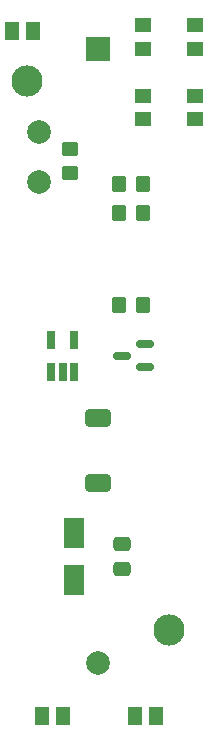
<source format=gts>
%TF.GenerationSoftware,KiCad,Pcbnew,(6.0.1)*%
%TF.CreationDate,2022-06-17T15:58:34+01:00*%
%TF.ProjectId,luminaire,6c756d69-6e61-4697-9265-2e6b69636164,rev?*%
%TF.SameCoordinates,Original*%
%TF.FileFunction,Soldermask,Top*%
%TF.FilePolarity,Negative*%
%FSLAX46Y46*%
G04 Gerber Fmt 4.6, Leading zero omitted, Abs format (unit mm)*
G04 Created by KiCad (PCBNEW (6.0.1)) date 2022-06-17 15:58:34*
%MOMM*%
%LPD*%
G01*
G04 APERTURE LIST*
G04 Aperture macros list*
%AMRoundRect*
0 Rectangle with rounded corners*
0 $1 Rounding radius*
0 $2 $3 $4 $5 $6 $7 $8 $9 X,Y pos of 4 corners*
0 Add a 4 corners polygon primitive as box body*
4,1,4,$2,$3,$4,$5,$6,$7,$8,$9,$2,$3,0*
0 Add four circle primitives for the rounded corners*
1,1,$1+$1,$2,$3*
1,1,$1+$1,$4,$5*
1,1,$1+$1,$6,$7*
1,1,$1+$1,$8,$9*
0 Add four rect primitives between the rounded corners*
20,1,$1+$1,$2,$3,$4,$5,0*
20,1,$1+$1,$4,$5,$6,$7,0*
20,1,$1+$1,$6,$7,$8,$9,0*
20,1,$1+$1,$8,$9,$2,$3,0*%
G04 Aperture macros list end*
%ADD10R,1.250000X1.600000*%
%ADD11RoundRect,0.150000X0.587500X0.150000X-0.587500X0.150000X-0.587500X-0.150000X0.587500X-0.150000X0*%
%ADD12RoundRect,0.375000X0.725000X-0.375000X0.725000X0.375000X-0.725000X0.375000X-0.725000X-0.375000X0*%
%ADD13RoundRect,0.250000X0.350000X0.450000X-0.350000X0.450000X-0.350000X-0.450000X0.350000X-0.450000X0*%
%ADD14R,0.650000X1.560000*%
%ADD15C,2.000000*%
%ADD16R,1.400000X1.200000*%
%ADD17RoundRect,0.250000X0.475000X-0.337500X0.475000X0.337500X-0.475000X0.337500X-0.475000X-0.337500X0*%
%ADD18R,1.800000X2.500000*%
%ADD19RoundRect,0.250000X-0.450000X0.350000X-0.450000X-0.350000X0.450000X-0.350000X0.450000X0.350000X0*%
%ADD20C,2.640000*%
%ADD21R,2.000000X2.000000*%
G04 APERTURE END LIST*
D10*
%TO.C,D9*%
X147000000Y-111000000D03*
X145240000Y-111000000D03*
%TD*%
D11*
%TO.C,Q1*%
X153937500Y-81450000D03*
X153937500Y-79550000D03*
X152062500Y-80500000D03*
%TD*%
D12*
%TO.C,L1*%
X150000000Y-91250000D03*
X150000000Y-85750000D03*
%TD*%
D13*
%TO.C,R1*%
X153800000Y-68400000D03*
X151800000Y-68400000D03*
%TD*%
D14*
%TO.C,U1*%
X146050000Y-81850000D03*
X147000000Y-81850000D03*
X147950000Y-81850000D03*
X147950000Y-79150000D03*
X146050000Y-79150000D03*
%TD*%
D15*
%TO.C,TP2*%
X145000000Y-65800000D03*
%TD*%
D10*
%TO.C,D7*%
X144500000Y-53000000D03*
X142740000Y-53000000D03*
%TD*%
D16*
%TO.C,SW1*%
X158200000Y-60500000D03*
X158200000Y-58500000D03*
X158200000Y-54500000D03*
X158200000Y-52500000D03*
X153800000Y-60500000D03*
X153800000Y-58500000D03*
X153800000Y-54500000D03*
X153800000Y-52500000D03*
%TD*%
D17*
%TO.C,C1*%
X152000000Y-98537500D03*
X152000000Y-96462500D03*
%TD*%
D18*
%TO.C,D1*%
X148000000Y-99500000D03*
X148000000Y-95500000D03*
%TD*%
D10*
%TO.C,D11*%
X154880000Y-111000000D03*
X153120000Y-111000000D03*
%TD*%
D13*
%TO.C,R2*%
X153800000Y-76200000D03*
X151800000Y-76200000D03*
%TD*%
%TO.C,R3*%
X153800000Y-66000000D03*
X151800000Y-66000000D03*
%TD*%
D19*
%TO.C,R4*%
X147600000Y-63000000D03*
X147600000Y-65000000D03*
%TD*%
D15*
%TO.C,TP1*%
X145000000Y-61600000D03*
%TD*%
D20*
%TO.C,BT1*%
X155995000Y-103730000D03*
X144005000Y-57250000D03*
D21*
X150000000Y-54500000D03*
D15*
X150000000Y-106490000D03*
%TD*%
M02*

</source>
